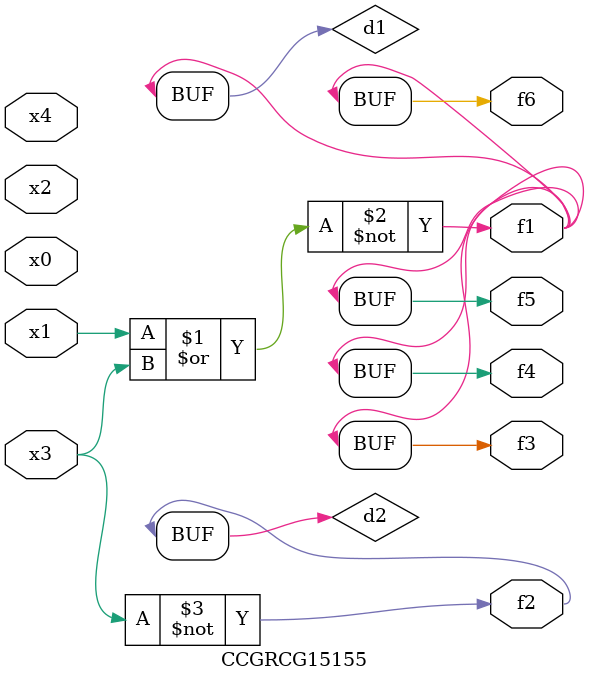
<source format=v>
module CCGRCG15155(
	input x0, x1, x2, x3, x4,
	output f1, f2, f3, f4, f5, f6
);

	wire d1, d2;

	nor (d1, x1, x3);
	not (d2, x3);
	assign f1 = d1;
	assign f2 = d2;
	assign f3 = d1;
	assign f4 = d1;
	assign f5 = d1;
	assign f6 = d1;
endmodule

</source>
